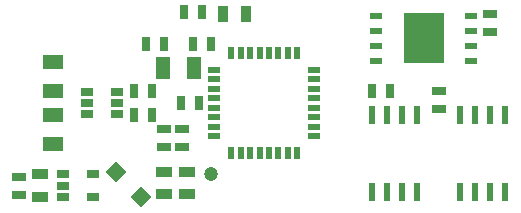
<source format=gbr>
%TF.GenerationSoftware,KiCad,Pcbnew,6.0.0*%
%TF.CreationDate,2023-02-11T22:57:16+01:00*%
%TF.ProjectId,cowstick-ums,636f7773-7469-4636-9b2d-756d732e6b69,1*%
%TF.SameCoordinates,Original*%
%TF.FileFunction,Paste,Top*%
%TF.FilePolarity,Positive*%
%FSLAX46Y46*%
G04 Gerber Fmt 4.6, Leading zero omitted, Abs format (unit mm)*
G04 Created by KiCad (PCBNEW 6.0.0) date 2023-02-11 22:57:16*
%MOMM*%
%LPD*%
G01*
G04 APERTURE LIST*
G04 Aperture macros list*
%AMRotRect*
0 Rectangle, with rotation*
0 The origin of the aperture is its center*
0 $1 length*
0 $2 width*
0 $3 Rotation angle, in degrees counterclockwise*
0 Add horizontal line*
21,1,$1,$2,0,0,$3*%
G04 Aperture macros list end*
%ADD10R,1.397000X0.889000*%
%ADD11R,1.143000X0.635000*%
%ADD12R,0.889000X1.397000*%
%ADD13R,1.000760X0.701040*%
%ADD14RotRect,1.300000X1.300000X45.000000*%
%ADD15R,0.635000X1.143000*%
%ADD16R,1.000000X0.500000*%
%ADD17R,3.400000X4.300000*%
%ADD18R,0.550000X1.600000*%
%ADD19R,0.500000X1.000000*%
%ADD20R,1.700000X1.300000*%
%ADD21R,1.300000X1.900000*%
%ADD22C,1.198880*%
G04 APERTURE END LIST*
D10*
%TO.C,C1*%
X129500000Y-111047500D03*
X129500000Y-112952500D03*
%TD*%
D11*
%TO.C,C10*%
X163300000Y-105512000D03*
X163300000Y-103988000D03*
%TD*%
D12*
%TO.C,D2*%
X145047500Y-97500000D03*
X146952500Y-97500000D03*
%TD*%
D13*
%TO.C,U2*%
X131480000Y-111047500D03*
X131480000Y-112000000D03*
X131480000Y-112952500D03*
X134020000Y-112952500D03*
X134020000Y-111047500D03*
%TD*%
D14*
%TO.C,L1*%
X135940000Y-110840000D03*
X138060000Y-112960000D03*
%TD*%
D15*
%TO.C,R2*%
X137488000Y-106000000D03*
X139012000Y-106000000D03*
%TD*%
%TO.C,C9*%
X157588000Y-104000000D03*
X159112000Y-104000000D03*
%TD*%
D13*
%TO.C,D1*%
X133480000Y-104047500D03*
X133480000Y-105000000D03*
X133480000Y-105952500D03*
X136020000Y-105952500D03*
X136020000Y-105000000D03*
X136020000Y-104047500D03*
%TD*%
D11*
%TO.C,C11*%
X167580000Y-97478000D03*
X167580000Y-99002000D03*
%TD*%
D10*
%TO.C,C4*%
X142000000Y-112702500D03*
X142000000Y-110797500D03*
%TD*%
D11*
%TO.C,R1*%
X140000000Y-108762000D03*
X140000000Y-107238000D03*
%TD*%
D16*
%TO.C,U5*%
X158000000Y-97595000D03*
X158000000Y-98865000D03*
X158000000Y-100135000D03*
X158000000Y-101405000D03*
X166000000Y-101405000D03*
X166000000Y-100135000D03*
X166000000Y-98865000D03*
X166000000Y-97595000D03*
D17*
X162000000Y-99500000D03*
%TD*%
D18*
%TO.C,U3*%
X157595000Y-112500000D03*
X158865000Y-112500000D03*
X160135000Y-112500000D03*
X161405000Y-112500000D03*
X161405000Y-106000000D03*
X160135000Y-106000000D03*
X158865000Y-106000000D03*
X157595000Y-106000000D03*
%TD*%
D16*
%TO.C,U1*%
X144250000Y-102200000D03*
X144250000Y-103000000D03*
X144250000Y-103800000D03*
X144250000Y-104600000D03*
X144250000Y-105400000D03*
X144250000Y-106200000D03*
X144250000Y-107000000D03*
X144250000Y-107800000D03*
D19*
X145700000Y-109250000D03*
X146500000Y-109250000D03*
X147300000Y-109250000D03*
X148100000Y-109250000D03*
X148900000Y-109250000D03*
X149700000Y-109250000D03*
X150500000Y-109250000D03*
X151300000Y-109250000D03*
D16*
X152750000Y-107800000D03*
X152750000Y-107000000D03*
X152750000Y-106200000D03*
X152750000Y-105400000D03*
X152750000Y-104600000D03*
X152750000Y-103800000D03*
X152750000Y-103000000D03*
X152750000Y-102200000D03*
D19*
X151300000Y-100750000D03*
X150500000Y-100750000D03*
X149700000Y-100750000D03*
X148900000Y-100750000D03*
X148100000Y-100750000D03*
X147300000Y-100750000D03*
X146500000Y-100750000D03*
X145700000Y-100750000D03*
%TD*%
D11*
%TO.C,C2*%
X127750000Y-111238000D03*
X127750000Y-112762000D03*
%TD*%
D15*
%TO.C,R4*%
X143262000Y-97250000D03*
X141738000Y-97250000D03*
%TD*%
%TO.C,C8*%
X142488000Y-100000000D03*
X144012000Y-100000000D03*
%TD*%
D20*
%TO.C,J1*%
X130600000Y-108500000D03*
X130600000Y-106000000D03*
X130600000Y-104000000D03*
X130600000Y-101500000D03*
%TD*%
D10*
%TO.C,C3*%
X140000000Y-112702500D03*
X140000000Y-110797500D03*
%TD*%
D18*
%TO.C,U4*%
X165095000Y-112500000D03*
X166365000Y-112500000D03*
X167635000Y-112500000D03*
X168905000Y-112500000D03*
X168905000Y-106000000D03*
X167635000Y-106000000D03*
X166365000Y-106000000D03*
X165095000Y-106000000D03*
%TD*%
D21*
%TO.C,X1*%
X139950000Y-102000000D03*
X142550000Y-102000000D03*
%TD*%
D22*
%TO.C,TP1*%
X144000000Y-111000000D03*
%TD*%
D11*
%TO.C,C6*%
X141500000Y-107238000D03*
X141500000Y-108762000D03*
%TD*%
D15*
%TO.C,C5*%
X143012000Y-105000000D03*
X141488000Y-105000000D03*
%TD*%
%TO.C,C7*%
X140012000Y-100000000D03*
X138488000Y-100000000D03*
%TD*%
%TO.C,R3*%
X137488000Y-104000000D03*
X139012000Y-104000000D03*
%TD*%
M02*

</source>
